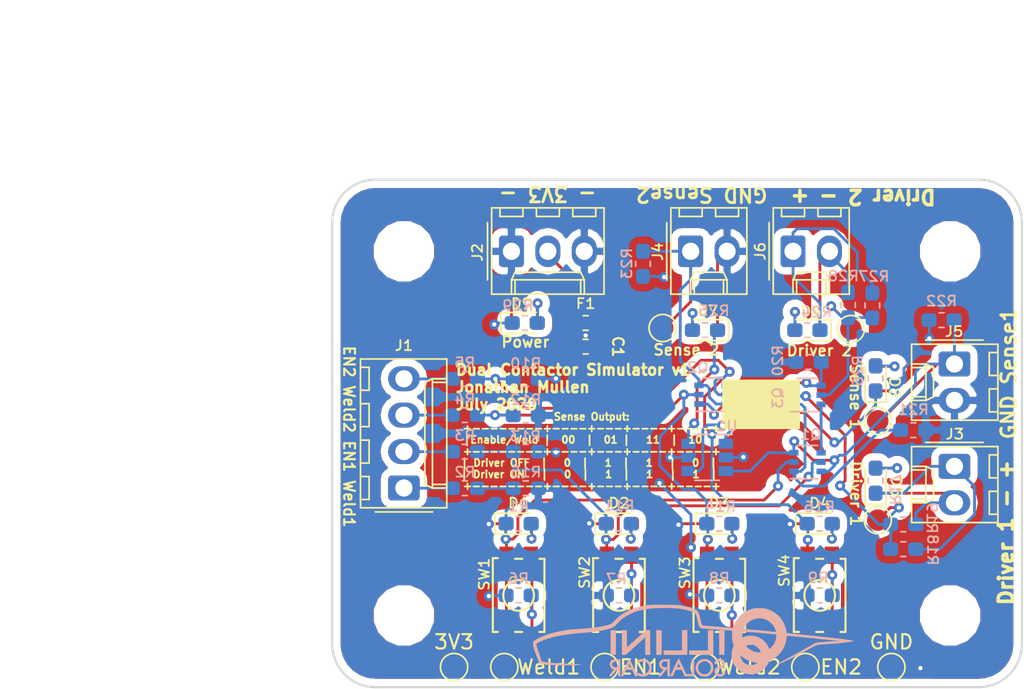
<source format=kicad_pcb>
(kicad_pcb (version 20171130) (host pcbnew "(5.0.2)-1")
  (title_block (title "Dual Gigavac Contactor Simulator v1.0") (date 2020-06-27) (rev 1.0) (company "Illini Solar Car") (comment 1 "Designed By: Jonathan Mullen"))
  (layers (0 F.Cu signal) (31 B.Cu signal) (34 B.Paste user) (35 F.Paste user) (36 B.SilkS user) (37 F.SilkS user) (38 B.Mask user) (39 F.Mask user) (44 Edge.Cuts user))
  (net 0 "")
  (net 1 /EN_2)
  (net 2 "Net-(R9-Pad1)")
  (net 3 "Net-(R6-Pad1)")
  (net 4 /WELD_1)
  (net 5 /EN_1)
  (net 6 "Net-(R7-Pad1)")
  (net 7 "Net-(R8-Pad1)")
  (net 8 /WELD_2)
  (net 9 "Net-(D3-Pad2)")
  (net 10 +3V3)
  (net 11 GND)
  (net 12 "Net-(D1-Pad2)")
  (net 13 "Net-(J1-Pad1)")
  (net 14 "Net-(J1-Pad2)")
  (net 15 "Net-(J1-Pad3)")
  (net 16 "Net-(J1-Pad4)")
  (net 17 "Net-(D4-Pad2)")
  (net 18 "Net-(D2-Pad2)")
  (net 19 "Net-(D9-Pad2)")
  (net 20 "Net-(D6-Pad1)")
  (net 21 /Driver_2)
  (net 22 "Net-(J6-Pad1)")
  (net 23 "Net-(D8-Pad2)")
  (net 24 "Net-(R26-Pad1)")
  (net 25 "Net-(R25-Pad1)")
  (net 26 "Net-(D7-Pad2)")
  (net 27 "Net-(D6-Pad2)")
  (net 28 "Net-(Q1-Pad1)")
  (net 29 "Net-(Q2-Pad1)")
  (net 30 /Driver_1)
  (net 31 "Net-(D5-Pad1)")
  (net 32 "Net-(J3-Pad1)")
  (net 33 "Net-(D5-Pad2)")
  (net 34 "Net-(Q2-Pad4)")
  (net 35 "Net-(Q1-Pad4)")
  (net 36 "Net-(F1-Pad2)")
  (net 37 /Sense1_Out)
  (net 38 /Sense2_Out)
  (module TestPoint:TestPoint_Pad_D1.5mm (layer F.Cu) (at 118.05 105.35)
    (fp_text reference TP9)
    (fp_text value Sense2)
    (pad 1 smd circle (at 0 0) (size 1.5 1.5) (layers F.Cu F.Mask) (net 38 /Sense2_Out))
  )
  (module TestPoint:TestPoint_Pad_D1.5mm (layer F.Cu) (at 133.05 111.825)
    (fp_text reference TP10)
    (fp_text value Sense1)
    (pad 1 smd circle (at 0 0) (size 1.5 1.5) (layers F.Cu F.Mask) (net 37 /Sense1_Out))
  )
  (module Capacitor_SMD:C_0603_1608Metric_Pad1.05x0.95mm_HandSolder (layer F.Cu) (at 112.675 106.65 180)
    (fp_text reference C1 (at -2.25 0 270 unlocked) (layer F.SilkS) (effects (font (size 0.75 0.75))))
    (fp_text value "1 uF")
    (pad 1 smd roundrect (at -0.875 0 180) (size 1.05 0.95) (layers F.Cu F.Paste F.Mask) (net 10 +3V3))
    (pad 2 smd roundrect (at 0.875 0 180) (size 1.05 0.95) (layers F.Cu F.Paste F.Mask) (net 11 GND))
  )
  (module TestPoint:TestPoint_Pad_D1.5mm (layer F.Cu) (at 134 129)
    (fp_text reference TP6)
    (fp_text value GND (at 0 -1.75) (layer F.SilkS))
    (pad 1 smd circle (at 0 0) (size 1.5 1.5) (layers F.Cu F.Mask) (net 11 GND))
  )
  (module TestPoint:TestPoint_Pad_D1.5mm (layer F.Cu) (at 131.175 105.425)
    (fp_text reference TP8)
    (fp_text value Driver2)
    (pad 1 smd circle (at 0 0) (size 1.5 1.5) (layers F.Cu F.Mask) (net 21 /Driver_2))
  )
  (module TestPoint:TestPoint_Pad_D1.5mm (layer F.Cu) (at 133.05 118.75)
    (fp_text reference TP7)
    (fp_text value Driver1)
    (pad 1 smd circle (at 0 0) (size 1.5 1.5) (layers F.Cu F.Mask) (net 30 /Driver_1))
  )
  (module TestPoint:TestPoint_Pad_D1.5mm (layer F.Cu) (at 103.5 129)
    (fp_text reference TP5)
    (fp_text value 3V3 (at 0 -1.75) (layer F.SilkS))
    (pad 1 smd circle (at 0 0) (size 1.5 1.5) (layers F.Cu F.Mask) (net 10 +3V3))
  )
  (module TestPoint:TestPoint_Pad_D1.5mm (layer F.Cu) (at 107 129)
    (fp_text reference TP1)
    (fp_text value Weld1 (at 3.1 0) (layer F.SilkS))
    (pad 1 smd circle (at 0 0) (size 1.5 1.5) (layers F.Cu F.Mask) (net 4 /WELD_1))
  )
  (module TestPoint:TestPoint_Pad_D1.5mm (layer F.Cu) (at 121 129)
    (fp_text reference TP3)
    (fp_text value Weld2 (at 3.1 0) (layer F.SilkS))
    (pad 1 smd circle (at 0 0) (size 1.5 1.5) (layers F.Cu F.Mask) (net 8 /WELD_2))
  )
  (module TestPoint:TestPoint_Pad_D1.5mm (layer F.Cu) (at 128 129)
    (fp_text reference TP4)
    (fp_text value EN2 (at 2.5 0) (layer F.SilkS))
    (pad 1 smd circle (at 0 0) (size 1.5 1.5) (layers F.Cu F.Mask) (net 1 /EN_2))
  )
  (module TestPoint:TestPoint_Pad_D1.5mm (layer F.Cu) (at 114 129)
    (fp_text reference TP2)
    (fp_text value EN1 (at 2.5 0) (layer F.SilkS))
    (pad 1 smd circle (at 0 0) (size 1.5 1.5) (layers F.Cu F.Mask) (net 5 /EN_1))
  )
  (module Connector_Molex:Molex_KK-254_AE-6410-02A_1x02_P2.54mm_Vertical (layer F.Cu) (at 127.14 100)
    (fp_text reference J6 (at -2.29 0 90) (layer F.SilkS) (effects (font (size 0.7 0.75) (thickness 0.125))))
    (fp_text value "Contactor Driver 2")
    (pad 2 thru_hole oval (at 2.54 0) (size 1.74 2.2) (drill 1.2) (layers *.Cu *.Mask) (net 20 "Net-(D6-Pad1)"))
    (pad 1 thru_hole roundrect (at 0 0) (size 1.74 2.2) (drill 1.2) (layers *.Cu *.Mask) (roundrect_rratio 0.143678) (net 22 "Net-(J6-Pad1)"))
  )
  (module Connector_Molex:Molex_KK-254_AE-6410-02A_1x02_P2.54mm_Vertical (layer F.Cu) (at 138.4 107.86 270)
    (fp_text reference J5 (at -2.26 0.025) (layer F.SilkS) (effects (font (size 0.7 0.75) (thickness 0.125))))
    (fp_text value "Contactor Sense 1")
    (pad 2 thru_hole oval (at 2.54 0 270) (size 1.74 2.2) (drill 1.2) (layers *.Cu *.Mask) (net 11 GND))
    (pad 1 thru_hole roundrect (at 0 0 270) (size 1.74 2.2) (drill 1.2) (layers *.Cu *.Mask) (roundrect_rratio 0.143678) (net 37 /Sense1_Out))
  )
  (module Connector_Molex:Molex_KK-254_AE-6410-02A_1x02_P2.54mm_Vertical (layer F.Cu) (at 120 100)
    (fp_text reference J4 (at -2.3 0.025 90) (layer F.SilkS) (effects (font (size 0.7 0.75) (thickness 0.125))))
    (fp_text value "Contactor Sense 2")
    (pad 2 thru_hole oval (at 2.54 0) (size 1.74 2.2) (drill 1.2) (layers *.Cu *.Mask) (net 11 GND))
    (pad 1 thru_hole roundrect (at 0 0) (size 1.74 2.2) (drill 1.2) (layers *.Cu *.Mask) (roundrect_rratio 0.143678) (net 38 /Sense2_Out))
  )
  (module Connector_Molex:Molex_KK-254_AE-6410-02A_1x02_P2.54mm_Vertical (layer F.Cu) (at 138.4 115 270)
    (fp_text reference J3 (at -2.25 -0.025) (layer F.SilkS) (effects (font (size 0.7 0.75) (thickness 0.125))))
    (fp_text value "Contactor Driver 1")
    (pad 2 thru_hole oval (at 2.54 0 270) (size 1.74 2.2) (drill 1.2) (layers *.Cu *.Mask) (net 31 "Net-(D5-Pad1)"))
    (pad 1 thru_hole roundrect (at 0 0 270) (size 1.74 2.2) (drill 1.2) (layers *.Cu *.Mask) (roundrect_rratio 0.143678) (net 32 "Net-(J3-Pad1)"))
  )
  (module Connector_Molex:Molex_KK-254_AE-6410-03A_1x03_P2.54mm_Vertical (layer F.Cu) (at 107.5 100)
    (fp_text reference J2 (at -2.375 0.075 90) (layer F.SilkS) (effects (font (size 0.7 0.75) (thickness 0.125))))
    (fp_text value Power)
    (pad 3 thru_hole oval (at 5.08 0) (size 1.74 2.2) (drill 1.2) (layers *.Cu *.Mask) (net 11 GND))
    (pad 2 thru_hole oval (at 2.54 0) (size 1.74 2.2) (drill 1.2) (layers *.Cu *.Mask) (net 36 "Net-(F1-Pad2)"))
    (pad 1 thru_hole roundrect (at 0 0) (size 1.74 2.2) (drill 1.2) (layers *.Cu *.Mask) (roundrect_rratio 0.143678) (net 11 GND))
  )
  (module Connector_Molex:Molex_KK-254_AE-6410-04A_1x04_P2.54mm_Vertical (layer F.Cu) (at 100 116.51 90)
    (fp_text reference J1 (at 9.935 0 180) (layer F.SilkS) (effects (font (size 0.7 0.75) (thickness 0.125))))
    (fp_text value Signal)
    (pad 4 thru_hole oval (at 7.62 0 90) (size 1.74 2.2) (drill 1.2) (layers *.Cu *.Mask) (net 16 "Net-(J1-Pad4)"))
    (pad 3 thru_hole oval (at 5.08 0 90) (size 1.74 2.2) (drill 1.2) (layers *.Cu *.Mask) (net 15 "Net-(J1-Pad3)"))
    (pad 2 thru_hole oval (at 2.54 0 90) (size 1.74 2.2) (drill 1.2) (layers *.Cu *.Mask) (net 14 "Net-(J1-Pad2)"))
    (pad 1 thru_hole roundrect (at 0 0 90) (size 1.74 2.2) (drill 1.2) (layers *.Cu *.Mask) (roundrect_rratio 0.143678) (net 13 "Net-(J1-Pad1)"))
  )
  (module Fuse:Fuse_0603_1608Metric_Pad1.05x0.95mm_HandSolder (layer F.Cu) (at 112.675 105 180)
    (fp_text reference F1 (at 0 1.35 unlocked) (layer F.SilkS) (effects (font (size 0.7 0.75) (thickness 0.125))))
    (fp_text value "250 mA")
    (pad 2 smd roundrect (at 0.875 0 180) (size 1.05 0.95) (layers F.Cu F.Paste F.Mask) (net 36 "Net-(F1-Pad2)"))
    (pad 1 smd roundrect (at -0.875 0 180) (size 1.05 0.95) (layers F.Cu F.Paste F.Mask) (net 10 +3V3))
  )
  (module LED_SMD:LED_0603_1608Metric_Pad1.05x0.95mm_HandSolder (layer F.Cu) (at 115 119)
    (fp_text reference D2 (at 0 -1.43) (layer F.SilkS) (effects (font (size 0.7 0.75) (thickness 0.125))))
    (fp_text value YELLOW)
    (pad 2 smd roundrect (at 0.875 0) (size 1.05 0.95) (layers F.Cu F.Paste F.Mask) (net 18 "Net-(D2-Pad2)"))
    (pad 1 smd roundrect (at -0.875 0) (size 1.05 0.95) (layers F.Cu F.Paste F.Mask) (net 11 GND))
  )
  (module LED_SMD:LED_0603_1608Metric_Pad1.05x0.95mm_HandSolder (layer F.Cu) (at 108 119)
    (fp_text reference D1 (at 0 -1.43) (layer F.SilkS) (effects (font (size 0.7 0.75) (thickness 0.125))))
    (fp_text value RED)
    (pad 2 smd roundrect (at 0.875 0) (size 1.05 0.95) (layers F.Cu F.Paste F.Mask) (net 12 "Net-(D1-Pad2)"))
    (pad 1 smd roundrect (at -0.875 0) (size 1.05 0.95) (layers F.Cu F.Paste F.Mask) (net 11 GND))
  )
  (module LED_SMD:LED_0603_1608Metric_Pad1.05x0.95mm_HandSolder (layer F.Cu) (at 122 119)
    (fp_text reference D3 (at 0 -1.43) (layer F.SilkS) (effects (font (size 0.7 0.75) (thickness 0.125))))
    (fp_text value RED)
    (pad 2 smd roundrect (at 0.875 0) (size 1.05 0.95) (layers F.Cu F.Paste F.Mask) (net 9 "Net-(D3-Pad2)"))
    (pad 1 smd roundrect (at -0.875 0) (size 1.05 0.95) (layers F.Cu F.Paste F.Mask) (net 11 GND))
  )
  (module LED_SMD:LED_0603_1608Metric_Pad1.05x0.95mm_HandSolder (layer F.Cu) (at 129 119)
    (fp_text reference D4 (at 0 -1.43) (layer F.SilkS) (effects (font (size 0.7 0.75) (thickness 0.125))))
    (fp_text value YELLOW)
    (pad 2 smd roundrect (at 0.875 0) (size 1.05 0.95) (layers F.Cu F.Paste F.Mask) (net 17 "Net-(D4-Pad2)"))
    (pad 1 smd roundrect (at -0.875 0) (size 1.05 0.95) (layers F.Cu F.Paste F.Mask) (net 11 GND))
  )
  (module LED_SMD:LED_0603_1608Metric_Pad1.05x0.95mm_HandSolder (layer F.Cu) (at 132.9 116 90)
    (fp_text reference D5 (at -0.4 1.45 270 unlocked) (layer F.SilkS) (effects (font (size 0.7 0.75) (thickness 0.125))))
    (fp_text value BLUE)
    (pad 2 smd roundrect (at 0.875 0 90) (size 1.05 0.95) (layers F.Cu F.Paste F.Mask) (net 33 "Net-(D5-Pad2)"))
    (pad 1 smd roundrect (at -0.875 0 90) (size 1.05 0.95) (layers F.Cu F.Paste F.Mask) (net 31 "Net-(D5-Pad1)"))
  )
  (module LED_SMD:LED_0603_1608Metric_Pad1.05x0.95mm_HandSolder (layer F.Cu) (at 128.14 105.5 180)
    (fp_text reference D6 (at -0.26 1.3 180) (layer F.SilkS) (effects (font (size 0.7 0.75) (thickness 0.125))))
    (fp_text value BLUE)
    (pad 2 smd roundrect (at 0.875 0 180) (size 1.05 0.95) (layers F.Cu F.Paste F.Mask) (net 27 "Net-(D6-Pad2)"))
    (pad 1 smd roundrect (at -0.875 0 180) (size 1.05 0.95) (layers F.Cu F.Paste F.Mask) (net 20 "Net-(D6-Pad1)"))
  )
  (module LED_SMD:LED_0603_1608Metric_Pad1.05x0.95mm_HandSolder (layer F.Cu) (at 121 105.5 180)
    (fp_text reference D7 (at -0.175 1.35 180) (layer F.SilkS) (effects (font (size 0.7 0.75) (thickness 0.125))))
    (fp_text value GREEN)
    (pad 2 smd roundrect (at 0.875 0 180) (size 1.05 0.95) (layers F.Cu F.Paste F.Mask) (net 26 "Net-(D7-Pad2)"))
    (pad 1 smd roundrect (at -0.875 0 180) (size 1.05 0.95) (layers F.Cu F.Paste F.Mask) (net 11 GND))
  )
  (module LED_SMD:LED_0603_1608Metric_Pad1.05x0.95mm_HandSolder (layer F.Cu) (at 108.425 105)
    (fp_text reference D9 (at -0.225 -1.35) (layer F.SilkS) (effects (font (size 0.7 0.75) (thickness 0.125))))
    (fp_text value GREEN)
    (pad 2 smd roundrect (at 0.875 0) (size 1.05 0.95) (layers F.Cu F.Paste F.Mask) (net 19 "Net-(D9-Pad2)"))
    (pad 1 smd roundrect (at -0.875 0) (size 1.05 0.95) (layers F.Cu F.Paste F.Mask) (net 11 GND))
  )
  (module LED_SMD:LED_0603_1608Metric_Pad1.05x0.95mm_HandSolder (layer F.Cu) (at 132.9 108.86 90)
    (fp_text reference D8 (at -0.615 1.325 270 unlocked) (layer F.SilkS) (effects (font (size 0.7 0.75) (thickness 0.125))))
    (fp_text value GREEN)
    (pad 2 smd roundrect (at 0.875 0 90) (size 1.05 0.95) (layers F.Cu F.Paste F.Mask) (net 23 "Net-(D8-Pad2)"))
    (pad 1 smd roundrect (at -0.875 0 90) (size 1.05 0.95) (layers F.Cu F.Paste F.Mask) (net 11 GND))
  )
  (module MountingHole:MountingHole_3.2mm_M3 (layer F.Cu) (at 138.1 100)
    (fp_text reference H1)
    (fp_text value "M3 MountingHole")
    (pad 1 np_thru_hole circle (at 0 0) (size 3.2 3.2) (drill 3.2) (layers *.Cu *.Mask))
  )
  (module MountingHole:MountingHole_3.2mm_M3 (layer F.Cu) (at 100 100)
    (fp_text reference H4)
    (fp_text value "M3 MountingHole")
    (pad 1 np_thru_hole circle (at 0 0) (size 3.2 3.2) (drill 3.2) (layers *.Cu *.Mask))
  )
  (module MountingHole:MountingHole_3.2mm_M3 (layer F.Cu) (at 100 125.4)
    (fp_text reference H3)
    (fp_text value "M3 MountingHole")
    (pad 1 np_thru_hole circle (at 0 0) (size 3.2 3.2) (drill 3.2) (layers *.Cu *.Mask))
  )
  (module MountingHole:MountingHole_3.2mm_M3 (layer F.Cu) (at 138.1 125.4)
    (fp_text reference H2)
    (fp_text value "M3 MountingHole")
    (pad 1 np_thru_hole circle (at 0 0) (size 3.2 3.2) (drill 3.2) (layers *.Cu *.Mask))
  )
  (module Package_TO_SOT_SMD:SOT-363_SC-70-6 (layer B.Cu) (at 128.15 110.025)
    (fp_text reference Q3 (at -2.075 0.2 90) (layer B.SilkS) (effects (font (size 0.7 0.75) (thickness 0.125)) (justify mirror)))
    (fp_text value Q_NMOS_DUAL_SGD)
    (pad 6 smd rect (at 0.95 0.65) (size 0.65 0.4) (layers B.Cu B.Paste B.Mask) (net 35 "Net-(Q1-Pad4)"))
    (pad 4 smd rect (at 0.95 -0.65) (size 0.65 0.4) (layers B.Cu B.Paste B.Mask) (net 29 "Net-(Q2-Pad1)"))
    (pad 2 smd rect (at -0.95 0) (size 0.65 0.4) (layers B.Cu B.Paste B.Mask) (net 30 /Driver_1))
    (pad 5 smd rect (at 0.95 0) (size 0.65 0.4) (layers B.Cu B.Paste B.Mask) (net 21 /Driver_2))
    (pad 3 smd rect (at -0.95 -0.65) (size 0.65 0.4) (layers B.Cu B.Paste B.Mask) (net 34 "Net-(Q2-Pad4)"))
    (pad 1 smd rect (at -0.95 0.65) (size 0.65 0.4) (layers B.Cu B.Paste B.Mask) (net 28 "Net-(Q1-Pad1)"))
  )
  (module Package_TO_SOT_SMD:SOT-363_SC-70-6 (layer B.Cu) (at 128.15 114.7)
    (fp_text reference Q1 (at 0.225 -1.925) (layer B.SilkS) (effects (font (size 0.7 0.75) (thickness 0.125)) (justify mirror)))
    (fp_text value Q_NMOS_DUAL_SGD)
    (pad 6 smd rect (at 0.95 0.65) (size 0.65 0.4) (layers B.Cu B.Paste B.Mask) (net 37 /Sense1_Out))
    (pad 4 smd rect (at 0.95 -0.65) (size 0.65 0.4) (layers B.Cu B.Paste B.Mask) (net 35 "Net-(Q1-Pad4)"))
    (pad 2 smd rect (at -0.95 0) (size 0.65 0.4) (layers B.Cu B.Paste B.Mask) (net 4 /WELD_1))
    (pad 5 smd rect (at 0.95 0) (size 0.65 0.4) (layers B.Cu B.Paste B.Mask) (net 5 /EN_1))
    (pad 3 smd rect (at -0.95 -0.65) (size 0.65 0.4) (layers B.Cu B.Paste B.Mask) (net 37 /Sense1_Out))
    (pad 1 smd rect (at -0.95 0.65) (size 0.65 0.4) (layers B.Cu B.Paste B.Mask) (net 28 "Net-(Q1-Pad1)"))
  )
  (module Package_TO_SOT_SMD:SOT-363_SC-70-6 (layer B.Cu) (at 121.525 110)
    (fp_text reference Q2 (at -1.025 -1.9) (layer B.SilkS) (effects (font (size 0.7 0.75) (thickness 0.125)) (justify mirror)))
    (fp_text value Q_NMOS_DUAL_SGD)
    (pad 6 smd rect (at 0.95 0.65) (size 0.65 0.4) (layers B.Cu B.Paste B.Mask) (net 38 /Sense2_Out))
    (pad 4 smd rect (at 0.95 -0.65) (size 0.65 0.4) (layers B.Cu B.Paste B.Mask) (net 34 "Net-(Q2-Pad4)"))
    (pad 2 smd rect (at -0.95 0) (size 0.65 0.4) (layers B.Cu B.Paste B.Mask) (net 8 /WELD_2))
    (pad 5 smd rect (at 0.95 0) (size 0.65 0.4) (layers B.Cu B.Paste B.Mask) (net 1 /EN_2))
    (pad 3 smd rect (at -0.95 -0.65) (size 0.65 0.4) (layers B.Cu B.Paste B.Mask) (net 38 /Sense2_Out))
    (pad 1 smd rect (at -0.95 0.65) (size 0.65 0.4) (layers B.Cu B.Paste B.Mask) (net 29 "Net-(Q2-Pad1)"))
  )
  (module Package_TO_SOT_SMD:SuperSOT-6 (layer B.Cu) (at 121.15 114.375 180)
    (fp_text reference U1 (at -1.375 2.2 180) (layer B.SilkS) (effects (font (size 0.7 0.75) (thickness 0.125)) (justify mirror)))
    (fp_text value Q_PMOS_DUAL_GSGDSD)
    (pad 5 smd rect (at 1.3 0 180) (size 1 0.7) (layers B.Cu B.Paste B.Mask) (net 10 +3V3))
    (pad 6 smd rect (at 1.3 0.95 180) (size 1 0.7) (layers B.Cu B.Paste B.Mask) (net 25 "Net-(R25-Pad1)"))
    (pad 4 smd rect (at 1.3 -0.95 180) (size 1 0.7) (layers B.Cu B.Paste B.Mask) (net 24 "Net-(R26-Pad1)"))
    (pad 3 smd rect (at -1.3 -0.95 180) (size 1 0.7) (layers B.Cu B.Paste B.Mask) (net 37 /Sense1_Out))
    (pad 2 smd rect (at -1.3 0 180) (size 1 0.7) (layers B.Cu B.Paste B.Mask) (net 10 +3V3))
    (pad 1 smd rect (at -1.3 0.95 180) (size 1 0.7) (layers B.Cu B.Paste B.Mask) (net 38 /Sense2_Out))
  )
  (module Resistor_SMD:R_0603_1608Metric_Pad1.05x0.95mm_HandSolder (layer B.Cu) (at 132.9 116 90)
    (fp_text reference R17 (at -0.625 1.35 270 unlocked) (layer B.SilkS) (effects (font (size 0.7 0.75) (thickness 0.125)) (justify mirror)))
    (fp_text value 3.3k)
    (pad 2 smd roundrect (at 0.875 0 90) (size 1.05 0.95) (layers B.Cu B.Paste B.Mask) (net 33 "Net-(D5-Pad2)"))
    (pad 1 smd roundrect (at -0.875 0 90) (size 1.05 0.95) (layers B.Cu B.Paste B.Mask) (net 32 "Net-(J3-Pad1)"))
  )
  (module Resistor_SMD:R_0603_1608Metric_Pad1.05x0.95mm_HandSolder (layer B.Cu) (at 134.825 120.775 180)
    (fp_text reference R18 (at -2.05 -0.05 270 unlocked) (layer B.SilkS) (effects (font (size 0.7 0.75) (thickness 0.125)) (justify mirror)))
    (fp_text value 300k)
    (pad 2 smd roundrect (at 0.875 0 180) (size 1.05 0.95) (layers B.Cu B.Paste B.Mask) (net 30 /Driver_1))
    (pad 1 smd roundrect (at -0.875 0 180) (size 1.05 0.95) (layers B.Cu B.Paste B.Mask) (net 32 "Net-(J3-Pad1)"))
  )
  (module Resistor_SMD:R_0603_1608Metric_Pad1.05x0.95mm_HandSolder (layer B.Cu) (at 134.825 119.05)
    (fp_text reference R19 (at 2 -0.45 270 unlocked) (layer B.SilkS) (effects (font (size 0.7 0.75) (thickness 0.125)) (justify mirror)))
    (fp_text value 100k)
    (pad 2 smd roundrect (at 0.875 0) (size 1.05 0.95) (layers B.Cu B.Paste B.Mask) (net 31 "Net-(D5-Pad1)"))
    (pad 1 smd roundrect (at -0.875 0) (size 1.05 0.95) (layers B.Cu B.Paste B.Mask) (net 30 /Driver_1))
  )
  (module Resistor_SMD:R_0603_1608Metric_Pad1.05x0.95mm_HandSolder (layer B.Cu) (at 128.225 107.725)
    (fp_text reference R20 (at -2.15 -0.1 90) (layer B.SilkS) (effects (font (size 0.7 0.75) (thickness 0.125)) (justify mirror)))
    (fp_text value 10k)
    (pad 2 smd roundrect (at 0.875 0) (size 1.05 0.95) (layers B.Cu B.Paste B.Mask) (net 29 "Net-(Q2-Pad1)"))
    (pad 1 smd roundrect (at -0.875 0) (size 1.05 0.95) (layers B.Cu B.Paste B.Mask) (net 11 GND))
  )
  (module Resistor_SMD:R_0603_1608Metric_Pad1.05x0.95mm_HandSolder (layer B.Cu) (at 135.525 112.475 180)
    (fp_text reference R21 (at 0 1.43 180) (layer B.SilkS) (effects (font (size 0.7 0.75) (thickness 0.125)) (justify mirror)))
    (fp_text value 10k)
    (pad 2 smd roundrect (at 0.875 0 180) (size 1.05 0.95) (layers B.Cu B.Paste B.Mask) (net 28 "Net-(Q1-Pad1)"))
    (pad 1 smd roundrect (at -0.875 0 180) (size 1.05 0.95) (layers B.Cu B.Paste B.Mask) (net 11 GND))
  )
  (module Resistor_SMD:R_0603_1608Metric_Pad1.05x0.95mm_HandSolder (layer B.Cu) (at 137.5 104.8)
    (fp_text reference R22 (at 0 -1.325) (layer B.SilkS) (effects (font (size 0.7 0.75) (thickness 0.125)) (justify mirror)))
    (fp_text value 100k)
    (pad 2 smd roundrect (at 0.875 0) (size 1.05 0.95) (layers B.Cu B.Paste B.Mask) (net 37 /Sense1_Out))
    (pad 1 smd roundrect (at -0.875 0) (size 1.05 0.95) (layers B.Cu B.Paste B.Mask) (net 10 +3V3))
  )
  (module Resistor_SMD:R_0603_1608Metric_Pad1.05x0.95mm_HandSolder (layer B.Cu) (at 116.675 100.875 90)
    (fp_text reference R23 (at 0.025 -1.125 90) (layer B.SilkS) (effects (font (size 0.7 0.75) (thickness 0.125)) (justify mirror)))
    (fp_text value 100k)
    (pad 2 smd roundrect (at 0.875 0 90) (size 1.05 0.95) (layers B.Cu B.Paste B.Mask) (net 38 /Sense2_Out))
    (pad 1 smd roundrect (at -0.875 0 90) (size 1.05 0.95) (layers B.Cu B.Paste B.Mask) (net 10 +3V3))
  )
  (module Resistor_SMD:R_0603_1608Metric_Pad1.05x0.95mm_HandSolder (layer B.Cu) (at 128.15 105.5 180)
    (fp_text reference R24 (at -0.625 1.25 180) (layer B.SilkS) (effects (font (size 0.7 0.75) (thickness 0.125)) (justify mirror)))
    (fp_text value 3.3k)
    (pad 2 smd roundrect (at 0.875 0 180) (size 1.05 0.95) (layers B.Cu B.Paste B.Mask) (net 27 "Net-(D6-Pad2)"))
    (pad 1 smd roundrect (at -0.875 0 180) (size 1.05 0.95) (layers B.Cu B.Paste B.Mask) (net 22 "Net-(J6-Pad1)"))
  )
  (module Resistor_SMD:R_0603_1608Metric_Pad1.05x0.95mm_HandSolder (layer B.Cu) (at 121 105.5 180)
    (fp_text reference R25 (at -0.625 1.35 180) (layer B.SilkS) (effects (font (size 0.7 0.75) (thickness 0.125)) (justify mirror)))
    (fp_text value 1k)
    (pad 2 smd roundrect (at 0.875 0 180) (size 1.05 0.95) (layers B.Cu B.Paste B.Mask) (net 26 "Net-(D7-Pad2)"))
    (pad 1 smd roundrect (at -0.875 0 180) (size 1.05 0.95) (layers B.Cu B.Paste B.Mask) (net 25 "Net-(R25-Pad1)"))
  )
  (module Resistor_SMD:R_0603_1608Metric_Pad1.05x0.95mm_HandSolder (layer B.Cu) (at 132.9 108.875 90)
    (fp_text reference R26 (at 0.55 -1.225 90) (layer B.SilkS) (effects (font (size 0.7 0.75) (thickness 0.125)) (justify mirror)))
    (fp_text value 1k)
    (pad 2 smd roundrect (at 0.875 0 90) (size 1.05 0.95) (layers B.Cu B.Paste B.Mask) (net 23 "Net-(D8-Pad2)"))
    (pad 1 smd roundrect (at -0.875 0 90) (size 1.05 0.95) (layers B.Cu B.Paste B.Mask) (net 24 "Net-(R26-Pad1)"))
  )
  (module Resistor_SMD:R_0603_1608Metric_Pad1.05x0.95mm_HandSolder (layer B.Cu) (at 132.675 103.775 270)
    (fp_text reference R27 (at -2.025 -0.1) (layer B.SilkS) (effects (font (size 0.7 0.75) (thickness 0.125)) (justify mirror)))
    (fp_text value 300k)
    (pad 2 smd roundrect (at 0.875 0 270) (size 1.05 0.95) (layers B.Cu B.Paste B.Mask) (net 21 /Driver_2))
    (pad 1 smd roundrect (at -0.875 0 270) (size 1.05 0.95) (layers B.Cu B.Paste B.Mask) (net 22 "Net-(J6-Pad1)"))
  )
  (module Resistor_SMD:R_0603_1608Metric_Pad1.05x0.95mm_HandSolder (layer B.Cu) (at 130.975 103.75 90)
    (fp_text reference R28 (at 2.025 -0.325 180) (layer B.SilkS) (effects (font (size 0.7 0.75) (thickness 0.125)) (justify mirror)))
    (fp_text value 100k)
    (pad 2 smd roundrect (at 0.875 0 90) (size 1.05 0.95) (layers B.Cu B.Paste B.Mask) (net 20 "Net-(D6-Pad1)"))
    (pad 1 smd roundrect (at -0.875 0 90) (size 1.05 0.95) (layers B.Cu B.Paste B.Mask) (net 21 /Driver_2))
  )
  (module Resistor_SMD:R_0603_1608Metric_Pad1.05x0.95mm_HandSolder (layer B.Cu) (at 108.425 105)
    (fp_text reference R29 (at -0.475 -1.225) (layer B.SilkS) (effects (font (size 0.7 0.75) (thickness 0.125)) (justify mirror)))
    (fp_text value 1k)
    (pad 2 smd roundrect (at 0.875 0) (size 1.05 0.95) (layers B.Cu B.Paste B.Mask) (net 19 "Net-(D9-Pad2)"))
    (pad 1 smd roundrect (at -0.875 0) (size 1.05 0.95) (layers B.Cu B.Paste B.Mask) (net 10 +3V3))
  )
  (module Resistor_SMD:R_0603_1608Metric_Pad1.05x0.95mm_HandSolder (layer B.Cu) (at 114.975 119)
    (fp_text reference R11 (at 0.025 -1.25) (layer B.SilkS) (effects (font (size 0.7 0.75) (thickness 0.125)) (justify mirror)))
    (fp_text value 1k)
    (pad 2 smd roundrect (at 0.875 0) (size 1.05 0.95) (layers B.Cu B.Paste B.Mask) (net 18 "Net-(D2-Pad2)"))
    (pad 1 smd roundrect (at -0.875 0) (size 1.05 0.95) (layers B.Cu B.Paste B.Mask) (net 5 /EN_1))
  )
  (module Resistor_SMD:R_0603_1608Metric_Pad1.05x0.95mm_HandSolder (layer B.Cu) (at 129 119)
    (fp_text reference R16 (at -0.025 -1.175) (layer B.SilkS) (effects (font (size 0.7 0.75) (thickness 0.125)) (justify mirror)))
    (fp_text value 1k)
    (pad 2 smd roundrect (at 0.875 0) (size 1.05 0.95) (layers B.Cu B.Paste B.Mask) (net 17 "Net-(D4-Pad2)"))
    (pad 1 smd roundrect (at -0.875 0) (size 1.05 0.95) (layers B.Cu B.Paste B.Mask) (net 1 /EN_2))
  )
  (module Resistor_SMD:R_0603_1608Metric_Pad1.05x0.95mm_HandSolder (layer B.Cu) (at 108.5 116.525)
    (fp_text reference R15 (at 0 -1.125) (layer B.SilkS) (effects (font (size 0.7 0.75) (thickness 0.125)) (justify mirror)))
    (fp_text value 100k)
    (pad 2 smd roundrect (at 0.875 0) (size 1.05 0.95) (layers B.Cu B.Paste B.Mask) (net 11 GND))
    (pad 1 smd roundrect (at -0.875 0) (size 1.05 0.95) (layers B.Cu B.Paste B.Mask) (net 4 /WELD_1))
  )
  (module Resistor_SMD:R_0603_1608Metric_Pad1.05x0.95mm_HandSolder (layer B.Cu) (at 108.5 108.9 180)
    (fp_text reference R10 (at 0 1.075 180) (layer B.SilkS) (effects (font (size 0.7 0.75) (thickness 0.125)) (justify mirror)))
    (fp_text value 100k)
    (pad 2 smd roundrect (at 0.875 0 180) (size 1.05 0.95) (layers B.Cu B.Paste B.Mask) (net 1 /EN_2))
    (pad 1 smd roundrect (at -0.875 0 180) (size 1.05 0.95) (layers B.Cu B.Paste B.Mask) (net 10 +3V3))
  )
  (module Resistor_SMD:R_0603_1608Metric_Pad1.05x0.95mm_HandSolder (layer B.Cu) (at 129 124 180)
    (fp_text reference R9 (at 0.1 1.225 180) (layer B.SilkS) (effects (font (size 0.7 0.75) (thickness 0.125)) (justify mirror)))
    (fp_text value 10k)
    (pad 2 smd roundrect (at 0.875 0 180) (size 1.05 0.95) (layers B.Cu B.Paste B.Mask) (net 11 GND))
    (pad 1 smd roundrect (at -0.875 0 180) (size 1.05 0.95) (layers B.Cu B.Paste B.Mask) (net 2 "Net-(R9-Pad1)"))
  )
  (module Resistor_SMD:R_0603_1608Metric_Pad1.05x0.95mm_HandSolder (layer B.Cu) (at 122 124 180)
    (fp_text reference R8 (at 0 1.2 180) (layer B.SilkS) (effects (font (size 0.7 0.75) (thickness 0.125)) (justify mirror)))
    (fp_text value 10k)
    (pad 2 smd roundrect (at 0.875 0 180) (size 1.05 0.95) (layers B.Cu B.Paste B.Mask) (net 10 +3V3))
    (pad 1 smd roundrect (at -0.875 0 180) (size 1.05 0.95) (layers B.Cu B.Paste B.Mask) (net 7 "Net-(R8-Pad1)"))
  )
  (module Resistor_SMD:R_0603_1608Metric_Pad1.05x0.95mm_HandSolder (layer B.Cu) (at 115 124 180)
    (fp_text reference R7 (at 0.175 1.15 180) (layer B.SilkS) (effects (font (size 0.7 0.75) (thickness 0.125)) (justify mirror)))
    (fp_text value 10k)
    (pad 2 smd roundrect (at 0.875 0 180) (size 1.05 0.95) (layers B.Cu B.Paste B.Mask) (net 11 GND))
    (pad 1 smd roundrect (at -0.875 0 180) (size 1.05 0.95) (layers B.Cu B.Paste B.Mask) (net 6 "Net-(R7-Pad1)"))
  )
  (module Resistor_SMD:R_0603_1608Metric_Pad1.05x0.95mm_HandSolder (layer B.Cu) (at 108 124 180)
    (fp_text reference R6 (at 0 1.175 180) (layer B.SilkS) (effects (font (size 0.7 0.75) (thickness 0.125)) (justify mirror)))
    (fp_text value 10k)
    (pad 2 smd roundrect (at 0.875 0 180) (size 1.05 0.95) (layers B.Cu B.Paste B.Mask) (net 10 +3V3))
    (pad 1 smd roundrect (at -0.875 0 180) (size 1.05 0.95) (layers B.Cu B.Paste B.Mask) (net 3 "Net-(R6-Pad1)"))
  )
  (module Resistor_SMD:R_0603_1608Metric_Pad1.05x0.95mm_HandSolder (layer B.Cu) (at 104.25 108.9 180)
    (fp_text reference R5 (at 0 1.125 180) (layer B.SilkS) (effects (font (size 0.7 0.75) (thickness 0.125)) (justify mirror)))
    (fp_text value 1k)
    (pad 2 smd roundrect (at 0.875 0 180) (size 1.05 0.95) (layers B.Cu B.Paste B.Mask) (net 16 "Net-(J1-Pad4)"))
    (pad 1 smd roundrect (at -0.875 0 180) (size 1.05 0.95) (layers B.Cu B.Paste B.Mask) (net 1 /EN_2))
  )
  (module Resistor_SMD:R_0603_1608Metric_Pad1.05x0.95mm_HandSolder (layer B.Cu) (at 104.25 111.425 180)
    (fp_text reference R4 (at 0 1.125 180) (layer B.SilkS) (effects (font (size 0.7 0.75) (thickness 0.125)) (justify mirror)))
    (fp_text value 1k)
    (pad 2 smd roundrect (at 0.875 0 180) (size 1.05 0.95) (layers B.Cu B.Paste B.Mask) (net 15 "Net-(J1-Pad3)"))
    (pad 1 smd roundrect (at -0.875 0 180) (size 1.05 0.95) (layers B.Cu B.Paste B.Mask) (net 8 /WELD_2))
  )
  (module Resistor_SMD:R_0603_1608Metric_Pad1.05x0.95mm_HandSolder (layer B.Cu) (at 104.25 113.975 180)
    (fp_text reference R3 (at 0 1.125 180) (layer B.SilkS) (effects (font (size 0.7 0.75) (thickness 0.125)) (justify mirror)))
    (fp_text value 1k)
    (pad 2 smd roundrect (at 0.875 0 180) (size 1.05 0.95) (layers B.Cu B.Paste B.Mask) (net 14 "Net-(J1-Pad2)"))
    (pad 1 smd roundrect (at -0.875 0 180) (size 1.05 0.95) (layers B.Cu B.Paste B.Mask) (net 5 /EN_1))
  )
  (module Resistor_SMD:R_0603_1608Metric_Pad1.05x0.95mm_HandSolder (layer B.Cu) (at 104.25 116.525 180)
    (fp_text reference R2 (at 0 1.125 180) (layer B.SilkS) (effects (font (size 0.7 0.75) (thickness 0.125)) (justify mirror)))
    (fp_text value 1k)
    (pad 2 smd roundrect (at 0.875 0 180) (size 1.05 0.95) (layers B.Cu B.Paste B.Mask) (net 13 "Net-(J1-Pad1)"))
    (pad 1 smd roundrect (at -0.875 0 180) (size 1.05 0.95) (layers B.Cu B.Paste B.Mask) (net 4 /WELD_1))
  )
  (module Resistor_SMD:R_0603_1608Metric_Pad1.05x0.95mm_HandSolder (layer B.Cu) (at 108 119)
    (fp_text reference R1 (at 0 -1.225) (layer B.SilkS) (effects (font (size 0.7 0.75) (thickness 0.125)) (justify mirror)))
    (fp_text value 1k)
    (pad 2 smd roundrect (at 0.875 0) (size 1.05 0.95) (layers B.Cu B.Paste B.Mask) (net 12 "Net-(D1-Pad2)"))
    (pad 1 smd roundrect (at -0.875 0) (size 1.05 0.95) (layers B.Cu B.Paste B.Mask) (net 4 /WELD_1))
  )
  (module Resistor_SMD:R_0603_1608Metric_Pad1.05x0.95mm_HandSolder (layer B.Cu) (at 108.5 111.45)
    (fp_text reference R12 (at 0 -1.1) (layer B.SilkS) (effects (font (size 0.7 0.75) (thickness 0.125)) (justify mirror)))
    (fp_text value 100k)
    (pad 2 smd roundrect (at 0.875 0) (size 1.05 0.95) (layers B.Cu B.Paste B.Mask) (net 11 GND))
    (pad 1 smd roundrect (at -0.875 0) (size 1.05 0.95) (layers B.Cu B.Paste B.Mask) (net 8 /WELD_2))
  )
  (module Resistor_SMD:R_0603_1608Metric_Pad1.05x0.95mm_HandSolder (layer B.Cu) (at 108.5 113.975 180)
    (fp_text reference R13 (at 0.025 1.075 180) (layer B.SilkS) (effects (font (size 0.7 0.75) (thickness 0.125)) (justify mirror)))
    (fp_text value 100k)
    (pad 2 smd roundrect (at 0.875 0 180) (size 1.05 0.95) (layers B.Cu B.Paste B.Mask) (net 5 /EN_1))
    (pad 1 smd roundrect (at -0.875 0 180) (size 1.05 0.95) (layers B.Cu B.Paste B.Mask) (net 10 +3V3))
  )
  (module Resistor_SMD:R_0603_1608Metric_Pad1.05x0.95mm_HandSolder (layer B.Cu) (at 122 119)
    (fp_text reference R14 (at 0.075 -1.2) (layer B.SilkS) (effects (font (size 0.7 0.75) (thickness 0.125)) (justify mirror)))
    (fp_text value 1k)
    (pad 2 smd roundrect (at 0.875 0) (size 1.05 0.95) (layers B.Cu B.Paste B.Mask) (net 9 "Net-(D3-Pad2)"))
    (pad 1 smd roundrect (at -0.875 0) (size 1.05 0.95) (layers B.Cu B.Paste B.Mask) (net 8 /WELD_2))
  )
  (module layout:Button_223AM (layer F.Cu) (at 122 124 90)
    (fp_text reference SW3 (at 1.575 -2.4 90) (layer F.SilkS) (effects (font (size 0.7 0.75) (thickness 0.125))))
    (fp_text value SW_Push)
    (pad 1 smd rect (at -2.8 0.85 90) (size 1.2 1) (layers F.Cu F.Paste F.Mask) (net 7 "Net-(R8-Pad1)"))
    (pad 2 smd rect (at -2.8 -0.85 90) (size 1.2 1) (layers F.Cu F.Paste F.Mask) (net 8 /WELD_2))
    (pad 1 smd rect (at 2.8 0.85 90) (size 1.2 1) (layers F.Cu F.Paste F.Mask) (net 7 "Net-(R8-Pad1)"))
    (pad 2 smd rect (at 2.8 -0.85 90) (size 1.2 1) (layers F.Cu F.Paste F.Mask) (net 8 /WELD_2))
  )
  (module layout:Button_223AM (layer F.Cu) (at 115 124 90)
    (fp_text reference SW2 (at 1.6 -2.4 90) (layer F.SilkS) (effects (font (size 0.7 0.75) (thickness 0.125))))
    (fp_text value SW_Push)
    (pad 1 smd rect (at -2.8 0.85 90) (size 1.2 1) (layers F.Cu F.Paste F.Mask) (net 6 "Net-(R7-Pad1)"))
    (pad 2 smd rect (at -2.8 -0.85 90) (size 1.2 1) (layers F.Cu F.Paste F.Mask) (net 5 /EN_1))
    (pad 1 smd rect (at 2.8 0.85 90) (size 1.2 1) (layers F.Cu F.Paste F.Mask) (net 6 "Net-(R7-Pad1)"))
    (pad 2 smd rect (at 2.8 -0.85 90) (size 1.2 1) (layers F.Cu F.Paste F.Mask) (net 5 /EN_1))
  )
  (module layout:Button_223AM (layer F.Cu) (at 108 124 90)
    (fp_text reference SW1 (at 1.475 -2.4 90) (layer F.SilkS) (effects (font (size 0.7 0.75) (thickness 0.125))))
    (fp_text value SW_Push)
    (pad 1 smd rect (at -2.8 0.85 90) (size 1.2 1) (layers F.Cu F.Paste F.Mask) (net 3 "Net-(R6-Pad1)"))
    (pad 2 smd rect (at -2.8 -0.85 90) (size 1.2 1) (layers F.Cu F.Paste F.Mask) (net 4 /WELD_1))
    (pad 1 smd rect (at 2.8 0.85 90) (size 1.2 1) (layers F.Cu F.Paste F.Mask) (net 3 "Net-(R6-Pad1)"))
    (pad 2 smd rect (at 2.8 -0.85 90) (size 1.2 1) (layers F.Cu F.Paste F.Mask) (net 4 /WELD_1))
  )
  (module layout:Button_223AM (layer F.Cu) (at 129 124 90)
    (fp_text reference SW4 (at 1.725 -2.475 90) (layer F.SilkS) (effects (font (size 0.7 0.75) (thickness 0.125))))
    (fp_text value SW_Push)
    (pad 1 smd rect (at -2.8 0.85 90) (size 1.2 1) (layers F.Cu F.Paste F.Mask) (net 2 "Net-(R9-Pad1)"))
    (pad 2 smd rect (at -2.8 -0.85 90) (size 1.2 1) (layers F.Cu F.Paste F.Mask) (net 1 /EN_2))
    (pad 1 smd rect (at 2.8 0.85 90) (size 1.2 1) (layers F.Cu F.Paste F.Mask) (net 2 "Net-(R9-Pad1)"))
    (pad 2 smd rect (at 2.8 -0.85 90) (size 1.2 1) (layers F.Cu F.Paste F.Mask) (net 1 /EN_2))
  )
  (module layout:ISC_BLogo (layer B.Cu) (at 120.175 127.15 180)
    (fp_text reference MK1 hide)
    (fp_text value "ISC Logo" hide)
  )
  (gr_poly (pts (xy 122.275 109.025) (xy 122.275 112.325) (xy 127.55 112.325) (xy 127.55 109.025)) (layer F.SilkS) (width 0.15))
  (gr_text "Dual Contactor Simulator v1\nJonathan Mullen\nJuly 2020" (at 103.525 109.475) (layer F.SilkS) (effects (font (size 0.75 0.75) (thickness 0.1875)) (justify left)))
  (gr_text "Driver 1" (at 131.525 116.9 270) (layer F.SilkS) (effects (font (size 0.75 0.75))))
  (gr_text "Sense 1" (at 131.5 110.125 270) (layer F.SilkS) (effects (font (size 0.75 0.75))))
  (gr_text "Sense 2" (at 119.7 106.875) (layer F.SilkS) (effects (font (size 0.75 0.75))))
  (gr_text "Driver 2" (at 128.975 106.925) (layer F.SilkS) (effects (font (size 0.75 0.75))))
  (gr_text Power (at 108.475 106.325) (layer F.SilkS) (effects (font (size 0.75 0.75))))
  (gr_text "EN2 Weld2 EN1 Weld1" (at 96.175 112.925 270) (layer F.SilkS) (effects (font (size 0.75 0.75))))
  (gr_text "GND Sense1" (at 142.175 108.525 90) (layer F.SilkS) (effects (font (size 1 1) (thickness 0.2))))
  (gr_text "Driver 1 - +" (at 142 119.625 90) (layer F.SilkS) (effects (font (size 1 1) (thickness 0.25))))
  (gr_text "GND Sense2" (at 120.775 96.05 180) (layer F.SilkS) (effects (font (size 1 1) (thickness 0.2))))
  (gr_text "Driver 2 - +" (at 132.025 96.2 180) (layer F.SilkS) (effects (font (size 1 1) (thickness 0.25))))
  (gr_text "- 3V3 -" (at 110.025 96 180) (layer F.SilkS) (effects (font (size 1 1) (thickness 0.2))))
  (gr_text "Sense Output:\n+--------+----+---+----+----+\n|Enable/Weld |  00  |  01 |   11  |  10  |\n+--------+----+---+----+----+\n| Driver OFF  |   0  |   1  |   1   |   0  | \n| Driver ON   |   0  |   1  |   1   |   1  | \n+--------+----+---+----+----+" (at 113.1 113.95) (layer F.SilkS) (effects (font (size 0.5 0.5) (thickness 0.125))))
  (gr_arc (start 98 98) (end 98 95) (angle -90) (layer Edge.Cuts) (width 0.15))
  (gr_arc (start 98 127.4) (end 95 127.4) (angle -90) (layer Edge.Cuts) (width 0.15))
  (gr_arc (start 140.1 127.4) (end 143.1 127.4) (angle 90) (layer Edge.Cuts) (width 0.15))
  (gr_line (start 95 98) (end 95 127.4) (layer Edge.Cuts) (width 0.15))
  (gr_line (start 140.1 130.4) (end 98 130.4) (layer Edge.Cuts) (width 0.15))
  (gr_arc (start 140.1 98) (end 140.1 95) (angle 90) (layer Edge.Cuts) (width 0.15))
  (gr_line (start 143.1 98) (end 143.1 127.4) (layer Edge.Cuts) (width 0.15))
  (gr_line (start 98 95) (end 140.1 95) (layer Edge.Cuts) (width 0.15))
  (segment (start 107 108.9) (end 106.375 108.9) (width 0.2) (layer B.Cu) (net 1))
  (segment (start 107.625 108.9) (end 107 108.9) (width 0.2) (layer B.Cu) (net 1))
  (segment (start 128.15 126) (end 128.15 121.2) (width 0.2) (layer F.Cu) (net 1))
  (segment (start 128.15 126.8) (end 128.15 126) (width 0.2) (layer F.Cu) (net 1))
  (via (at 128.175 120.125) (size 0.7) (drill 0.3) (layers F.Cu B.Cu) (net 1))
  (segment (start 128.15 121.2) (end 128.15 120.15) (width 0.2) (layer F.Cu) (net 1))
  (segment (start 128.15 120.15) (end 128.175 120.125) (width 0.2) (layer F.Cu) (net 1))
  (segment (start 128.175 119.05) (end 128.125 119) (width 0.2) (layer B.Cu) (net 1))
  (segment (start 128.175 120.125) (end 128.175 119.05) (width 0.2) (layer B.Cu) (net 1))
  (segment (start 106.375 108.9) (end 105.125 108.9) (width 0.2) (layer B.Cu) (net 1))
  (via (at 106.375 108.9) (size 0.7) (drill 0.3) (layers F.Cu B.Cu) (net 1))
  (segment (start 121.70001 109.75001) (end 121.70001 109.25001) (width 0.2) (layer B.Cu) (net 1))
  (segment (start 122.475 110) (end 121.95 110) (width 0.2) (layer B.Cu) (net 1))
  (segment (start 121.95 110) (end 121.70001 109.75001) (width 0.2) (layer B.Cu) (net 1))
  (via (at 122.725 108.4) (size 0.7) (drill 0.3) (layers F.Cu B.Cu) (net 1))
  (segment (start 122.275001 108.849999) (end 122.725 108.4) (width 0.2) (layer B.Cu) (net 1))
  (segment (start 121.909999 108.849999) (end 122.275001 108.849999) (width 0.2) (layer B.Cu) (net 1))
  (segment (start 121.70001 109.25001) (end 121.70001 109.059988) (width 0.2) (layer B.Cu) (net 1))
  (segment (start 121.70001 109.059988) (end 121.909999 108.849999) (width 0.2) (layer B.Cu) (net 1))
  (segment (start 108.425 110.95) (end 106.375 108.9) (width 0.2) (layer F.Cu) (net 1))
  (segment (start 117.375 110.95) (end 108.425 110.95) (width 0.2) (layer F.Cu) (net 1))
  (segment (start 120.725001 107.599999) (end 117.375 110.95) (width 0.2) (layer F.Cu) (net 1))
  (segment (start 122.725 108.4) (end 121.924999 107.599999) (width 0.2) (layer F.Cu) (net 1))
  (segment (start 121.924999 107.599999) (end 120.725001 107.599999) (width 0.2) (layer F.Cu) (net 1))
  (segment (start 128.15 128.85) (end 128 129) (width 0.2) (layer F.Cu) (net 1))
  (segment (start 128.15 126.8) (end 128.15 128.85) (width 0.2) (layer F.Cu) (net 1))
  (via (at 121.500656 112.757816) (size 0.7) (drill 0.3) (layers F.Cu B.Cu) (net 1))
  (segment (start 128.125 119) (end 126.8 117.675) (width 0.2) (layer B.Cu) (net 1))
  (segment (start 126.8 117.675) (end 122.7 117.675) (width 0.2) (layer B.Cu) (net 1))
  (segment (start 120.974999 110.150001) (end 120.974999 112.232159) (width 0.2) (layer F.Cu) (net 1))
  (segment (start 120.974999 112.232159) (end 121.150657 112.407817) (width 0.2) (layer F.Cu) (net 1))
  (segment (start 121.500656 113.25279) (end 121.500656 112.757816) (width 0.2) (layer B.Cu) (net 1))
  (segment (start 121.500656 116.475656) (end 121.500656 113.25279) (width 0.2) (layer B.Cu) (net 1))
  (segment (start 122.7 117.675) (end 121.500656 116.475656) (width 0.2) (layer B.Cu) (net 1))
  (segment (start 121.150657 112.407817) (end 121.500656 112.757816) (width 0.2) (layer F.Cu) (net 1))
  (segment (start 122.725 108.4) (end 120.974999 110.150001) (width 0.2) (layer F.Cu) (net 1))
  (via (at 129.875 122.575) (size 0.7) (drill 0.3) (layers F.Cu B.Cu) (net 2))
  (segment (start 129.875 124) (end 129.875 122.575) (width 0.2) (layer B.Cu) (net 2))
  (segment (start 129.875 121.225) (end 129.85 121.2) (width 0.2) (layer F.Cu) (net 2))
  (segment (start 129.875 122.575) (end 129.875 121.225) (width 0.2) (layer F.Cu) (net 2))
  (segment (start 129.875 126.775) (end 129.85 126.8) (width 0.2) (layer F.Cu) (net 2))
  (segment (start 129.875 122.575) (end 129.875 126.775) (width 0.2) (layer F.Cu) (net 2))
  (via (at 108.925 125.325) (size 0.7) (drill 0.3) (layers F.Cu B.Cu) (net 3))
  (segment (start 108.875 124) (end 108.875 125.275) (width 0.2) (layer B.Cu) (net 3))
  (segment (start 108.875 125.275) (end 108.925 125.325) (width 0.2) (layer B.Cu) (net 3))
  (segment (start 108.925 126.725) (end 108.85 126.8) (width 0.2) (layer F.Cu) (net 3))
  (segment (start 108.925 125.325) (end 108.925 126.725) (width 0.2) (layer F.Cu) (net 3))
  (segment (start 108.925 121.275) (end 108.85 121.2) (width 0.2) (layer F.Cu) (net 3))
  (segment (start 108.925 125.325) (end 108.925 121.275) (width 0.2) (layer F.Cu) (net 3))
  (segment (start 105.75 116.525) (end 107.625 116.525) (width 0.2) (layer B.Cu) (net 4))
  (segment (start 105.125 116.525) (end 105.75 116.525) (width 0.2) (layer B.Cu) (net 4))
  (segment (start 107.15 126.8) (end 107.15 121.2) (width 0.2) (layer F.Cu) (net 4))
  (via (at 107.1 120.075) (size 0.7) (drill 0.3) (layers F.Cu B.Cu) (net 4))
  (segment (start 107.15 121.2) (end 107.15 120.125) (width 0.2) (layer F.Cu) (net 4))
  (segment (start 107.15 120.125) (end 107.1 120.075) (width 0.2) (layer F.Cu) (net 4))
  (segment (start 107.1 119.025) (end 107.125 119) (width 0.2) (layer B.Cu) (net 4))
  (segment (start 107.1 120.075) (end 107.1 119.025) (width 0.2) (layer B.Cu) (net 4))
  (segment (start 107.125 119) (end 107.125 118.1) (width 0.2) (layer B.Cu) (net 4))
  (segment (start 107.625 117.6) (end 107.625 116.525) (width 0.2) (layer B.Cu) (net 4))
  (segment (start 107.125 118.1) (end 107.625 117.6) (width 0.2) (layer B.Cu) (net 4))
  (via (at 126.1 116.375) (size 0.7) (drill 0.3) (layers F.Cu B.Cu) (net 4))
  (segment (start 126.1 115.275) (end 126.1 116.375) (width 0.2) (layer B.Cu) (net 4))
  (segment (start 127.2 114.7) (end 126.675 114.7) (width 0.2) (layer B.Cu) (net 4))
  (segment (start 126.675 114.7) (end 126.1 115.275) (width 0.2) (layer B.Cu) (net 4))
  (segment (start 126.1 116.375) (end 125.12501 117.34999) (width 0.2) (layer F.Cu) (net 4))
  (segment (start 107.594974 120.075) (end 107.1 120.075) (width 0.2) (layer F.Cu) (net 4))
  (segment (start 107.95001 119.719964) (end 107.594974 120.075) (width 0.2) (layer F.Cu) (net 4))
  (segment (start 107.95001 118.539854) (end 107.95001 119.719964) (width 0.2) (layer F.Cu) (net 4))
  (segment (start 109.139874 117.34999) (end 107.95001 118.539854) (width 0.2) (layer F.Cu) (net 4))
  (segment (start 125.12501 117.34999) (end 109.139874 117.34999) (width 0.2) (layer F.Cu) (net 4))
  (segment (start 107 126.95) (end 107.15 126.8) (width 0.2) (layer F.Cu) (net 4))
  (segment (start 107 129) (end 107 126.95) (width 0.2) (layer F.Cu) (net 4))
  (segment (start 107.625 113.975) (end 105.125 113.975) (width 0.2) (layer B.Cu) (net 5))
  (segment (start 114.15 126.8) (end 114.15 121.2) (width 0.2) (layer F.Cu) (net 5))
  (via (at 114.1 120.1) (size 0.7) (drill 0.3) (layers F.Cu B.Cu) (net 5))
  (segment (start 114.15 121.2) (end 114.15 120.15) (width 0.2) (layer F.Cu) (net 5))
  (segment (start 114.15 120.15) (end 114.1 120.1) (width 0.2) (layer F.Cu) (net 5))
  (segment (start 114.1 120.1) (end 114.1 119) (width 0.2) (layer B.Cu) (net 5))
  (segment (start 114.1 118.425) (end 110.925 115.25) (width 0.2) (layer B.Cu) (net 5))
  (segment (start 114.1 119) (end 114.1 118.425) (width 0.2) (layer B.Cu) (net 5))
  (segment (start 110.925 115.25) (end 107.775 115.25) (width 0.2) (layer B.Cu) (net 5))
  (segment (start 107.625 115.1) (end 107.625 113.975) (width 0.2) (layer B.Cu) (net 5))
  (segment (start 107.775 115.25) (end 107.625 115.1) (width 0.2) (layer B.Cu) (net 5))
  (via (at 128.224759 115.719481) (size 0.7) (drill 0.3) (layers F.Cu B.Cu) (net 5))
  (segment (start 128.474999 115.469241) (end 128.224759 115.719481) (width 0.2) (layer B.Cu) (net 5))
  (segment (start 128.474999 114.800001) (end 128.474999 115.469241) (width 0.2) (layer B.Cu) (net 5))
  (segment (start 129.1 114.7) (end 128.575 114.7) (width 0.2) (layer B.Cu) (net 5))
  (segment (start 128.575 114.7) (end 128.474999 114.800001) (width 0.2) (layer B.Cu) (net 5))
  (segment (start 127.87476 116.06948) (end 127.87476 116.07524) (width 0.2) (layer F.Cu) (net 5))
  (segment (start 128.224759 115.719481) (end 127.87476 116.06948) (width 0.2) (layer F.Cu) (net 5))
  (segment (start 127.87476 116.07524) (end 126.2 117.75) (width 0.2) (layer F.Cu) (net 5))
  (segment (start 114.594974 120.1) (end 114.1 120.1) (width 0.2) (layer F.Cu) (net 5))
  (segment (start 114.95001 119.744964) (end 114.594974 120.1) (width 0.2) (layer F.Cu) (net 5))
  (segment (start 114.95001 118.539854) (end 114.95001 119.744964) (width 0.2) (layer F.Cu) (net 5))
  (segment (start 115.739864 117.75) (end 114.95001 118.539854) (width 0.2) (layer F.Cu) (net 5))
  (segment (start 126.2 117.75) (end 115.739864 117.75) (width 0.2) (layer F.Cu) (net 5))
  (segment (start 114.15 128.85) (end 114 129) (width 0.2) (layer F.Cu) (net 5))
  (segment (start 114.15 126.8) (end 114.15 128.85) (width 0.2) (layer F.Cu) (net 5))
  (via (at 115.875 122.5) (size 0.7) (drill 0.3) (layers F.Cu B.Cu) (net 6))
  (segment (start 115.875 124) (end 115.875 122.5) (width 0.2) (layer B.Cu) (net 6))
  (segment (start 115.875 121.225) (end 115.85 121.2) (width 0.2) (layer F.Cu) (net 6))
  (segment (start 115.875 122.5) (end 115.875 121.225) (width 0.2) (layer F.Cu) (net 6))
  (segment (start 115.875 126.775) (end 115.85 126.8) (width 0.2) (layer F.Cu) (net 6))
  (segment (start 115.875 122.5) (end 115.875 126.775) (width 0.2) (layer F.Cu) (net 6))
  (via (at 122.875 125.375) (size 0.7) (drill 0.3) (layers F.Cu B.Cu) (net 7))
  (segment (start 122.875 124) (end 122.875 125.375) (width 0.2) (layer B.Cu) (net 7))
  (segment (start 122.875 126.775) (end 122.85 126.8) (width 0.2) (layer F.Cu) (net 7))
  (segment (start 122.875 125.375) (end 122.875 126.775) (width 0.2) (layer F.Cu) (net 7))
  (segment (start 122.875 121.225) (end 122.85 121.2) (width 0.2) (layer F.Cu) (net 7))
  (segment (start 122.875 125.375) (end 122.875 121.225) (width 0.2) (layer F.Cu) (net 7))
  (segment (start 107.6 111.425) (end 107.625 111.45) (width 0.2) (layer B.Cu) (net 8))
  (segment (start 105.125 111.425) (end 106.35 111.425) (width 0.2) (layer B.Cu) (net 8))
  (segment (start 121.15 121.2) (end 121.15 126.8) (width 0.2) (layer F.Cu) (net 8))
  (via (at 121.2 120.1) (size 0.7) (drill 0.3) (layers F.Cu B.Cu) (net 8))
  (segment (start 121.15 121.2) (end 121.15 120.15) (width 0.2) (layer F.Cu) (net 8))
  (segment (start 121.15 120.15) (end 121.2 120.1) (width 0.2) (layer F.Cu) (net 8))
  (segment (start 121.2 119.075) (end 121.125 119) (width 0.2) (layer B.Cu) (net 8))
  (segment (start 121.2 120.1) (end 121.2 119.075) (width 0.2) (layer B.Cu) (net 8))
  (via (at 119.525 110) (size 0.7) (drill 0.3) (layers F.Cu B.Cu) (net 8))
  (segment (start 120.575 110) (end 119.525 110) (width 0.2) (layer B.Cu) (net 8))
  (segment (start 106.35 111.425) (end 107.6 111.425) (width 0.2) (layer B.Cu) (net 8))
  (via (at 106.35 111.425) (size 0.7) (drill 0.3) (layers F.Cu B.Cu) (net 8))
  (segment (start 118.1 111.425) (end 119.525 110) (width 0.2) (layer F.Cu) (net 8))
  (segment (start 106.35 111.425) (end 118.1 111.425) (width 0.2) (layer F.Cu) (net 8))
  (segment (start 119.525 111.25) (end 117.849999 112.925001) (width 0.2) (layer B.Cu) (net 8))
  (segment (start 119.525 110) (end 119.525 111.25) (width 0.2) (layer B.Cu) (net 8))
  (segment (start 121.125 117.425) (end 121.125 119) (width 0.2) (layer B.Cu) (net 8))
  (segment (start 117.849999 112.925001) (end 117.849999 114.965697) (width 0.2) (layer B.Cu) (net 8))
  (segment (start 117.849999 114.965697) (end 119.484302 116.6) (width 0.2) (layer B.Cu) (net 8))
  (segment (start 119.484302 116.6) (end 120.3 116.6) (width 0.2) (layer B.Cu) (net 8))
  (segment (start 120.3 116.6) (end 121.125 117.425) (width 0.2) (layer B.Cu) (net 8))
  (segment (start 121 126.95) (end 121.15 126.8) (width 0.2) (layer F.Cu) (net 8))
  (segment (start 121 129) (end 121 126.95) (width 0.2) (layer F.Cu) (net 8))
  (via (at 122.9 120.049998) (size 0.7) (drill 0.3) (layers F.Cu B.Cu) (net 9))
  (segment (start 122.875 119) (end 122.875 120.024998) (width 0.2) (layer B.Cu) (net 9))
  (segment (start 122.875 120.024998) (end 122.9 120.049998) (width 0.2) (layer B.Cu) (net 9))
  (segment (start 122.9 119.025) (end 122.875 119) (width 0.2) (layer F.Cu) (net 9))
  (segment (start 122.9 120.049998) (end 122.9 119.025) (width 0.2) (layer F.Cu) (net 9))
  (via (at 106.3 105.1) (size 0.7) (drill 0.3) (layers F.Cu B.Cu) (net 10))
  (segment (start 107.55 105) (end 106.4 105) (width 0.2) (layer B.Cu) (net 10))
  (segment (start 106.4 105) (end 106.3 105.1) (width 0.2) (layer B.Cu) (net 10))
  (via (at 105.925 124.05) (size 0.7) (drill 0.3) (layers F.Cu B.Cu) (net 10))
  (segment (start 107.125 124) (end 105.975 124) (width 0.2) (layer B.Cu) (net 10))
  (segment (start 105.975 124) (end 105.925 124.05) (width 0.2) (layer B.Cu) (net 10))
  (via (at 110.6 114.025) (size 0.7) (drill 0.3) (layers F.Cu B.Cu) (net 10))
  (segment (start 109.375 113.975) (end 110.55 113.975) (width 0.2) (layer B.Cu) (net 10))
  (segment (start 110.55 113.975) (end 110.6 114.025) (width 0.2) (layer B.Cu) (net 10))
  (via (at 110.6 108.875) (size 0.7) (drill 0.3) (layers F.Cu B.Cu) (net 10))
  (segment (start 109.375 108.9) (end 110.575 108.9) (width 0.2) (layer B.Cu) (net 10))
  (segment (start 110.575 108.9) (end 110.6 108.875) (width 0.2) (layer B.Cu) (net 10))
  (via (at 136.65 106.075) (size 0.7) (drill 0.3) (layers F.Cu B.Cu) (net 10))
  (segment (start 136.65 104.675) (end 136.65 106.075) (width 0.2) (layer B.Cu) (net 10))
  (via (at 118.15 101.8) (size 0.7) (drill 0.3) (layers F.Cu B.Cu) (net 10))
  (segment (start 116.675 101.75) (end 118.1 101.75) (width 0.2) (layer B.Cu) (net 10))
  (segment (start 118.1 101.75) (end 118.15 101.8) (width 0.2) (layer B.Cu) (net 10))
  (via (at 119.95 123.925) (size 0.7) (drill 0.3) (layers F.Cu B.Cu) (net 10))
  (segment (start 121.125 124) (end 120.025 124) (width 0.2) (layer B.Cu) (net 10))
  (segment (start 120.025 124) (end 119.95 123.925) (width 0.2) (layer B.Cu) (net 10))
  (via (at 117.825 116.175) (size 0.7) (drill 0.3) (layers F.Cu B.Cu) (net 10))
  (via (at 120.025 120.65) (size 0.7) (drill 0.3) (layers F.Cu B.Cu) (net 10))
  (segment (start 117.825 116.175) (end 120.025 118.375) (width 0.2) (layer B.Cu) (net 10))
  (segment (start 120.025 118.375) (end 120.025 120.65) (width 0.2) (layer B.Cu) (net 10))
  (via (at 123.675 114.35) (size 0.7) (drill 0.3) (layers F.Cu B.Cu) (net 10))
  (segment (start 122.45 114.375) (end 123.65 114.375) (width 0.2) (layer B.Cu) (net 10))
  (segment (start 123.65 114.375) (end 123.675 114.35) (width 0.2) (layer B.Cu) (net 10))
  (via (at 118.575 114.375) (size 0.7) (drill 0.3) (layers F.Cu B.Cu) (net 10))
  (segment (start 119.85 114.375) (end 118.575 114.375) (width 0.2) (layer B.Cu) (net 10))
  (segment (start 107.5 104.95) (end 107.55 105) (width 0.2) (layer F.Cu) (net 11))
  (segment (start 107.5 100) (end 107.5 104.95) (width 0.2) (layer F.Cu) (net 11))
  (via (at 105.925 119.025) (size 0.7) (drill 0.3) (layers F.Cu B.Cu) (net 11))
  (segment (start 107.125 119) (end 105.95 119) (width 0.2) (layer F.Cu) (net 11))
  (segment (start 105.95 119) (end 105.925 119.025) (width 0.2) (layer F.Cu) (net 11))
  (via (at 126.925 119.025) (size 0.7) (drill 0.3) (layers F.Cu B.Cu) (net 11))
  (segment (start 128.125 119) (end 126.95 119) (width 0.2) (layer F.Cu) (net 11))
  (segment (start 126.95 119) (end 126.925 119.025) (width 0.2) (layer F.Cu) (net 11))
  (via (at 112.925 118.975) (size 0.7) (drill 0.3) (layers F.Cu B.Cu) (net 11))
  (segment (start 114.125 119) (end 112.95 119) (width 0.2) (layer F.Cu) (net 11))
  (segment (start 112.95 119) (end 112.925 118.975) (width 0.2) (layer F.Cu) (net 11))
  (segment (start 121.875 100.665) (end 122.54 100) (width 0.2) (layer F.Cu) (net 11))
  (segment (start 121.875 105.5) (end 121.875 100.665) (width 0.2) (layer F.Cu) (net 11))
  (via (at 134.15 109.775) (size 0.7) (drill 0.3) (layers F.Cu B.Cu) (net 11))
  (segment (start 132.9 109.735) (end 134.11 109.735) (width 0.2) (layer F.Cu) (net 11))
  (segment (start 134.11 109.735) (end 134.15 109.775) (width 0.2) (layer F.Cu) (net 11))
  (segment (start 134.875001 109.049999) (end 134.875001 108.174999) (width 0.2) (layer B.Cu) (net 11))
  (segment (start 134.15 109.775) (end 134.875001 109.049999) (width 0.2) (layer B.Cu) (net 11))
  (segment (start 134.875001 108.174999) (end 135.35 107.7) (width 0.2) (layer B.Cu) (net 11))
  (via (at 119.15 119.075) (size 0.7) (drill 0.3) (layers F.Cu B.Cu) (net 11))
  (segment (start 119.225 119) (end 119.15 119.075) (width 0.2) (layer F.Cu) (net 11))
  (segment (start 121.125 119) (end 119.225 119) (width 0.2) (layer F.Cu) (net 11))
  (via (at 136.025 129.075) (size 0.7) (drill 0.3) (layers F.Cu B.Cu) (net 11))
  (segment (start 134 129) (end 135.95 129) (width 0.2) (layer F.Cu) (net 11))
  (segment (start 135.95 129) (end 136.025 129.075) (width 0.2) (layer F.Cu) (net 11))
  (segment (start 112.425 106.65) (end 112.675 106.4) (width 0.2) (layer F.Cu) (net 11))
  (segment (start 111.8 106.65) (end 112.425 106.65) (width 0.2) (layer F.Cu) (net 11))
  (via (at 112.675 105.875) (size 0.7) (drill 0.3) (layers F.Cu B.Cu) (net 11))
  (segment (start 112.675 106.4) (end 112.675 105.875) (width 0.2) (layer F.Cu) (net 11))
  (via (at 108.9 120.049998) (size 0.7) (drill 0.3) (layers F.Cu B.Cu) (net 12))
  (segment (start 108.875 119) (end 108.875 120.024998) (width 0.2) (layer B.Cu) (net 12))
  (segment (start 108.875 120.024998) (end 108.9 120.049998) (width 0.2) (layer B.Cu) (net 12))
  (segment (start 108.9 119.025) (end 108.875 119) (width 0.2) (layer F.Cu) (net 12))
  (segment (start 108.9 120.049998) (end 108.9 119.025) (width 0.2) (layer F.Cu) (net 12))
  (segment (start 100.015 116.525) (end 100 116.51) (width 0.2) (layer B.Cu) (net 13))
  (segment (start 103.375 116.525) (end 100.015 116.525) (width 0.2) (layer B.Cu) (net 13))
  (segment (start 100.005 113.975) (end 100 113.97) (width 0.2) (layer B.Cu) (net 14))
  (segment (start 103.375 113.975) (end 100.005 113.975) (width 0.2) (layer B.Cu) (net 14))
  (segment (start 100.005 111.425) (end 100 111.43) (width 0.2) (layer B.Cu) (net 15))
  (segment (start 103.375 111.425) (end 100.005 111.425) (width 0.2) (layer B.Cu) (net 15))
  (segment (start 100.01 108.9) (end 100 108.89) (width 0.2) (layer B.Cu) (net 16))
  (segment (start 103.375 108.9) (end 100.01 108.9) (width 0.2) (layer B.Cu) (net 16))
  (via (at 129.85 120.049998) (size 0.7) (drill 0.3) (layers F.Cu B.Cu) (net 17))
  (segment (start 129.875 119) (end 129.875 120.024998) (width 0.2) (layer B.Cu) (net 17))
  (segment (start 129.875 120.024998) (end 129.85 120.049998) (width 0.2) (layer B.Cu) (net 17))
  (segment (start 129.85 119.025) (end 129.875 119) (width 0.2) (layer F.Cu) (net 17))
  (segment (start 129.85 120.049998) (end 129.85 119.025) (width 0.2) (layer F.Cu) (net 17))
  (via (at 115.825 120.049998) (size 0.7) (drill 0.3) (layers F.Cu B.Cu) (net 18))
  (segment (start 115.85 119) (end 115.85 120.024998) (width 0.2) (layer B.Cu) (net 18))
  (segment (start 115.85 120.024998) (end 115.825 120.049998) (width 0.2) (layer B.Cu) (net 18))
  (segment (start 115.825 119.05) (end 115.875 119) (width 0.2) (layer F.Cu) (net 18))
  (segment (start 115.825 120.049998) (end 115.825 119.05) (width 0.2) (layer F.Cu) (net 18))
  (via (at 109.325 103.625) (size 0.7) (drill 0.3) (layers F.Cu B.Cu) (net 19))
  (segment (start 109.3 105) (end 109.3 103.65) (width 0.2) (layer F.Cu) (net 19))
  (segment (start 109.3 103.65) (end 109.325 103.625) (width 0.2) (layer F.Cu) (net 19))
  (segment (start 109.325 104.975) (end 109.3 105) (width 0.2) (layer B.Cu) (net 19))
  (segment (start 109.325 103.625) (end 109.325 104.975) (width 0.2) (layer B.Cu) (net 19))
  (segment (start 129.015 100.665) (end 129.68 100) (width 0.2) (layer F.Cu) (net 20))
  (segment (start 129.015 105.5) (end 129.015 100.665) (width 0.2) (layer F.Cu) (net 20))
  (segment (start 129.68 100.23) (end 129.68 100) (width 0.2) (layer B.Cu) (net 20))
  (segment (start 130.975 101.525) (end 129.68 100.23) (width 0.2) (layer B.Cu) (net 20))
  (segment (start 130.975 102.875) (end 130.975 101.525) (width 0.2) (layer B.Cu) (net 20))
  (segment (start 130.975 105.25) (end 130.975 104.625) (width 0.2) (layer B.Cu) (net 21))
  (segment (start 130.975 108.675) (end 130.975 105.25) (width 0.2) (layer B.Cu) (net 21))
  (segment (start 129.625 110.025) (end 130.975 108.675) (width 0.2) (layer B.Cu) (net 21))
  (segment (start 129.1 110.025) (end 129.625 110.025) (width 0.2) (layer B.Cu) (net 21))
  (segment (start 132.65 104.625) (end 132.675 104.65) (width 0.2) (layer B.Cu) (net 21))
  (segment (start 130.975 104.625) (end 132.65 104.625) (width 0.2) (layer B.Cu) (net 21))
  (via (at 129.8 103.825) (size 0.7) (drill 0.3) (layers F.Cu B.Cu) (net 21))
  (segment (start 130.975 104.625) (end 130.6 104.625) (width 0.2) (layer B.Cu) (net 21))
  (segment (start 130.6 104.625) (end 129.8 103.825) (width 0.2) (layer B.Cu) (net 21))
  (segment (start 131.175 105.2) (end 131.175 105.425) (width 0.2) (layer F.Cu) (net 21))
  (segment (start 129.8 103.825) (end 131.175 105.2) (width 0.2) (layer F.Cu) (net 21))
  (segment (start 129.025 104.925) (end 129 104.9) (width 0.2) (layer B.Cu) (net 22))
  (segment (start 129.025 105.5) (end 129.025 104.925) (width 0.2) (layer B.Cu) (net 22))
  (segment (start 129 104.9) (end 129 104.225) (width 0.2) (layer B.Cu) (net 22))
  (segment (start 127.14 100) (end 127.14 101.74) (width 0.2) (layer B.Cu) (net 22))
  (segment (start 129.025 103.625) (end 129.025 105.5) (width 0.2) (layer B.Cu) (net 22))
  (segment (start 127.14 101.74) (end 129.025 103.625) (width 0.2) (layer B.Cu) (net 22))
  (segment (start 127.14 98.71) (end 127.14 100) (width 0.2) (layer B.Cu) (net 22))
  (segment (start 132.675 102.275) (end 131.625 101.225) (width 0.2) (layer B.Cu) (net 22))
  (segment (start 132.675 102.9) (end 132.675 102.275) (width 0.2) (layer B.Cu) (net 22))
  (segment (start 131.625 101.225) (end 131.625 100.060356) (width 0.2) (layer B.Cu) (net 22))
  (segment (start 131.625 100.060356) (end 129.989644 98.425) (width 0.2) (layer B.Cu) (net 22))
  (segment (start 129.989644 98.425) (end 127.425 98.425) (width 0.2) (layer B.Cu) (net 22))
  (segment (start 127.425 98.425) (end 127.14 98.71) (width 0.2) (layer B.Cu) (net 22))
  (via (at 134.225 108.025) (size 0.7) (drill 0.3) (layers F.Cu B.Cu) (net 23))
  (segment (start 132.9 108) (end 134.2 108) (width 0.2) (layer B.Cu) (net 23))
  (segment (start 134.2 108) (end 134.225 108.025) (width 0.2) (layer B.Cu) (net 23))
  (segment (start 132.94 108.025) (end 132.9 107.985) (width 0.2) (layer F.Cu) (net 23))
  (segment (start 134.225 108.025) (end 132.94 108.025) (width 0.2) (layer F.Cu) (net 23))
  (via (at 130.025 113.325) (size 0.7) (drill 0.3) (layers F.Cu B.Cu) (net 24))
  (segment (start 132.9 110.75) (end 132.9 109.75) (width 0.2) (layer B.Cu) (net 24))
  (segment (start 130.35 113.3) (end 132.9 110.75) (width 0.2) (layer B.Cu) (net 24))
  (segment (start 130.025 113.325) (end 130.05 113.3) (width 0.2) (layer B.Cu) (net 24))
  (segment (start 130.05 113.3) (end 130.35 113.3) (width 0.2) (layer B.Cu) (net 24))
  (via (at 122.2 112.15) (size 0.7) (drill 0.3) (layers F.Cu B.Cu) (net 24))
  (segment (start 128.825 112.125) (end 130.025 113.325) (width 0.2) (layer F.Cu) (net 24))
  (segment (start 127.95 111.25) (end 128.825 112.125) (width 0.2) (layer F.Cu) (net 24))
  (segment (start 122.2 112.15) (end 123.1 111.25) (width 0.2) (layer F.Cu) (net 24))
  (segment (start 123.1 111.25) (end 127.95 111.25) (width 0.2) (layer F.Cu) (net 24))
  (segment (start 122.157815 112.107815) (end 122.2 112.15) (width 0.2) (layer B.Cu) (net 24))
  (segment (start 121.188655 112.107815) (end 122.157815 112.107815) (width 0.2) (layer B.Cu) (net 24))
  (segment (start 120.850655 112.445815) (end 121.188655 112.107815) (width 0.2) (layer B.Cu) (net 24))
  (segment (start 120.850655 115.024345) (end 120.850655 112.445815) (width 0.2) (layer B.Cu) (net 24))
  (segment (start 119.85 115.325) (end 120.55 115.325) (width 0.2) (layer B.Cu) (net 24))
  (segment (start 120.55 115.325) (end 120.850655 115.024345) (width 0.2) (layer B.Cu) (net 24))
  (via (at 121.65 108.25) (size 0.7) (drill 0.3) (layers F.Cu B.Cu) (net 25))
  (segment (start 120.45 109.45) (end 121.65 108.25) (width 0.2) (layer F.Cu) (net 25))
  (segment (start 121.65 105.725) (end 121.875 105.5) (width 0.2) (layer B.Cu) (net 25))
  (segment (start 121.65 108.25) (end 121.65 105.725) (width 0.2) (layer B.Cu) (net 25))
  (via (at 120.25 112) (size 0.7) (drill 0.3) (layers F.Cu B.Cu) (net 25))
  (segment (start 120.45 109.45) (end 120.45 111.8) (width 0.2) (layer F.Cu) (net 25))
  (segment (start 120.45 111.8) (end 120.25 112) (width 0.2) (layer F.Cu) (net 25))
  (segment (start 119.85 112.4) (end 120.25 112) (width 0.2) (layer B.Cu) (net 25))
  (segment (start 119.85 113.425) (end 119.85 112.4) (width 0.2) (layer B.Cu) (net 25))
  (segment (start 120.125 104.319254) (end 120.13569 104.308564) (width 0.2) (layer B.Cu) (net 26))
  (segment (start 120.125 105.5) (end 120.125 104.319254) (width 0.2) (layer F.Cu) (net 26))
  (segment (start 120.125 105.5) (end 120.125 104.319254) (width 0.2) (layer B.Cu) (net 26))
  (segment (start 120.125 104.319254) (end 120.13569 104.308564) (width 0.2) (layer F.Cu) (net 26))
  (via (at 120.13569 104.308564) (size 0.7) (drill 0.3) (layers F.Cu B.Cu) (net 26))
  (via (at 127.275 104.225) (size 0.7) (drill 0.3) (layers F.Cu B.Cu) (net 27))
  (segment (start 127.275 105.5) (end 127.275 104.225) (width 0.2) (layer B.Cu) (net 27))
  (segment (start 127.275 105.49) (end 127.265 105.5) (width 0.2) (layer F.Cu) (net 27))
  (segment (start 127.275 104.225) (end 127.275 105.49) (width 0.2) (layer F.Cu) (net 27))
  (segment (start 127.2 115.75) (end 127.825 116.375) (width 0.2) (layer B.Cu) (net 28))
  (segment (start 127.2 115.35) (end 127.2 115.75) (width 0.2) (layer B.Cu) (net 28))
  (segment (start 127.825 116.375) (end 129.325 116.375) (width 0.2) (layer B.Cu) (net 28))
  (segment (start 133.225 112.475) (end 134.65 112.475) (width 0.2) (layer B.Cu) (net 28))
  (segment (start 129.325 116.375) (end 133.225 112.475) (width 0.2) (layer B.Cu) (net 28))
  (segment (start 127.675 115.35) (end 127.2 115.35) (width 0.2) (layer B.Cu) (net 28))
  (segment (start 127.975 115.05) (end 127.675 115.35) (width 0.2) (layer B.Cu) (net 28))
  (segment (start 127.975 110.925) (end 127.975 115.05) (width 0.2) (layer B.Cu) (net 28))
  (segment (start 127.2 110.675) (end 127.725 110.675) (width 0.2) (layer B.Cu) (net 28))
  (segment (start 127.725 110.675) (end 127.975 110.925) (width 0.2) (layer B.Cu) (net 28))
  (segment (start 129.1 109.375) (end 129.1 107.725) (width 0.2) (layer B.Cu) (net 29))
  (via (at 128.075 109.175) (size 0.7) (drill 0.3) (layers F.Cu B.Cu) (net 29))
  (segment (start 129.1 109.375) (end 128.275 109.375) (width 0.2) (layer B.Cu) (net 29))
  (segment (start 128.275 109.375) (end 128.075 109.175) (width 0.2) (layer B.Cu) (net 29))
  (segment (start 126.799793 109.450207) (end 125.6 110.65) (width 0.2) (layer F.Cu) (net 29))
  (segment (start 128.075 109.175) (end 127.075 109.175) (width 0.2) (layer F.Cu) (net 29))
  (segment (start 127.075 109.175) (end 126.799793 109.450207) (width 0.2) (layer F.Cu) (net 29))
  (via (at 121.625 111.4) (size 0.7) (drill 0.3) (layers F.Cu B.Cu) (net 29))
  (segment (start 122.375 110.65) (end 125.6 110.65) (width 0.2) (layer F.Cu) (net 29))
  (segment (start 121.625 111.4) (end 122.375 110.65) (width 0.2) (layer F.Cu) (net 29))
  (segment (start 121.625 111.1) (end 121.625 111.4) (width 0.2) (layer B.Cu) (net 29))
  (segment (start 120.575 110.65) (end 121.175 110.65) (width 0.2) (layer B.Cu) (net 29))
  (segment (start 121.175 110.65) (end 121.625 111.1) (width 0.2) (layer B.Cu) (net 29))
  (via (at 128.028505 110.100208) (size 0.7) (drill 0.3) (layers F.Cu B.Cu) (net 30))
  (segment (start 127.275208 110.100208) (end 127.2 110.025) (width 0.2) (layer B.Cu) (net 30))
  (segment (start 128.028505 110.100208) (end 127.275208 110.100208) (width 0.2) (layer B.Cu) (net 30))
  (segment (start 133.95 120.775) (end 133.95 119.05) (width 0.2) (layer B.Cu) (net 30))
  (via (at 130.425 116.35) (size 0.7) (drill 0.3) (layers F.Cu B.Cu) (net 30))
  (segment (start 133.125 119.05) (end 130.774999 116.699999) (width 0.2) (layer B.Cu) (net 30))
  (segment (start 130.774999 116.699999) (end 130.425 116.35) (width 0.2) (layer B.Cu) (net 30))
  (segment (start 133.95 119.05) (end 133.125 119.05) (width 0.2) (layer B.Cu) (net 30))
  (segment (start 130.774999 116.000001) (end 130.425 116.35) (width 0.2) (layer F.Cu) (net 30))
  (segment (start 128.028505 110.100208) (end 130.774999 112.846702) (width 0.2) (layer F.Cu) (net 30))
  (segment (start 130.774999 112.846702) (end 130.774999 116.000001) (width 0.2) (layer F.Cu) (net 30))
  (via (at 134.525 117.875) (size 0.7) (drill 0.3) (layers F.Cu B.Cu) (net 30))
  (segment (start 133.95 119.05) (end 133.95 118.45) (width 0.2) (layer B.Cu) (net 30))
  (segment (start 133.95 118.45) (end 134.525 117.875) (width 0.2) (layer B.Cu) (net 30))
  (segment (start 133.925 117.875) (end 133.05 118.75) (width 0.2) (layer F.Cu) (net 30))
  (segment (start 134.525 117.875) (end 133.925 117.875) (width 0.2) (layer F.Cu) (net 30))
  (segment (start 137.735 116.875) (end 138.4 117.54) (width 0.2) (layer F.Cu) (net 31))
  (segment (start 132.8 116.875) (end 137.735 116.875) (width 0.2) (layer F.Cu) (net 31))
  (segment (start 135.7 119.05) (end 135.7 118.275) (width 0.2) (layer B.Cu) (net 31))
  (segment (start 136.435 117.54) (end 138.4 117.54) (width 0.2) (layer B.Cu) (net 31))
  (segment (start 135.7 118.275) (end 136.435 117.54) (width 0.2) (layer B.Cu) (net 31))
  (segment (start 138.4 115) (end 136.725 115) (width 0.2) (layer B.Cu) (net 32))
  (segment (start 134.85 116.875) (end 132.8 116.875) (width 0.2) (layer B.Cu) (net 32))
  (segment (start 136.725 115) (end 134.85 116.875) (width 0.2) (layer B.Cu) (net 32))
  (segment (start 139.80001 116.40001) (end 139.80001 118.34999) (width 0.2) (layer B.Cu) (net 32))
  (segment (start 138.4 115) (end 139.80001 116.40001) (width 0.2) (layer B.Cu) (net 32))
  (segment (start 137.375 120.775) (end 135.7 120.775) (width 0.2) (layer B.Cu) (net 32))
  (segment (start 139.80001 118.34999) (end 137.375 120.775) (width 0.2) (layer B.Cu) (net 32))
  (via (at 134.4 115.125) (size 0.7) (drill 0.3) (layers F.Cu B.Cu) (net 33))
  (segment (start 132.8 115.125) (end 134.4 115.125) (width 0.2) (layer F.Cu) (net 33))
  (segment (start 134.4 115.125) (end 132.8 115.125) (width 0.2) (layer B.Cu) (net 33))
  (segment (start 122.5 109.375) (end 122.475 109.35) (width 0.2) (layer B.Cu) (net 34))
  (segment (start 127.2 109.375) (end 122.5 109.375) (width 0.2) (layer B.Cu) (net 34))
  (segment (start 129.1 114.05) (end 129.1 110.675) (width 0.2) (layer B.Cu) (net 35))
  (segment (start 111.8 101.99) (end 111.8 105) (width 0.2) (layer F.Cu) (net 36))
  (segment (start 110.04 100) (end 110.04 100.23) (width 0.2) (layer F.Cu) (net 36))
  (segment (start 110.04 100.23) (end 111.8 101.99) (width 0.2) (layer F.Cu) (net 36))
  (segment (start 129.1 115.35) (end 129.625 115.35) (width 0.2) (layer B.Cu) (net 37))
  (segment (start 138.4 104.675) (end 138.4 107.86) (width 0.2) (layer B.Cu) (net 37))
  (via (at 130.025 114.575) (size 0.7) (drill 0.3) (layers F.Cu B.Cu) (net 37))
  (segment (start 129.625 115.35) (end 130.025 114.95) (width 0.2) (layer B.Cu) (net 37))
  (segment (start 130.025 114.95) (end 130.025 114.575) (width 0.2) (layer B.Cu) (net 37))
  (via (at 127.225 113.25) (size 0.7) (drill 0.3) (layers F.Cu B.Cu) (net 37))
  (segment (start 127.2 114.05) (end 127.2 113.275) (width 0.2) (layer B.Cu) (net 37))
  (segment (start 127.2 113.275) (end 127.225 113.25) (width 0.2) (layer B.Cu) (net 37))
  (segment (start 128.55 114.575) (end 130.025 114.575) (width 0.2) (layer F.Cu) (net 37))
  (segment (start 127.225 113.25) (end 128.55 114.575) (width 0.2) (layer F.Cu) (net 37))
  (segment (start 122.45 115.325) (end 124.15 115.325) (width 0.2) (layer B.Cu) (net 37))
  (segment (start 125.425 114.05) (end 127.2 114.05) (width 0.2) (layer B.Cu) (net 37))
  (segment (start 124.15 115.325) (end 125.425 114.05) (width 0.2) (layer B.Cu) (net 37))
  (segment (start 136.24 107.86) (end 138.4 107.86) (width 0.2) (layer B.Cu) (net 37))
  (segment (start 135.675 108.425) (end 136.24 107.86) (width 0.2) (layer B.Cu) (net 37))
  (segment (start 135.675 109.3) (end 135.675 108.425) (width 0.2) (layer B.Cu) (net 37))
  (segment (start 130.749999 114.225001) (end 135.675 109.3) (width 0.2) (layer B.Cu) (net 37))
  (segment (start 130.025 114.575) (end 130.374999 114.225001) (width 0.2) (layer B.Cu) (net 37))
  (segment (start 130.374999 114.225001) (end 130.749999 114.225001) (width 0.2) (layer B.Cu) (net 37))
  (segment (start 133.025 111.8) (end 132.9 111.8) (width 0.2) (layer F.Cu) (net 37))
  (segment (start 133.05 111.825) (end 133.025 111.8) (width 0.2) (layer F.Cu) (net 37))
  (segment (start 133.235 111.825) (end 133.05 111.825) (width 0.2) (layer F.Cu) (net 37))
  (segment (start 138.4 107.86) (end 137.2 107.86) (width 0.2) (layer F.Cu) (net 37))
  (segment (start 137.2 107.86) (end 133.235 111.825) (width 0.2) (layer F.Cu) (net 37))
  (segment (start 122.45 110.675) (end 122.475 110.65) (width 0.2) (layer B.Cu) (net 38))
  (segment (start 119.03 100) (end 116.675 100) (width 0.2) (layer B.Cu) (net 38))
  (segment (start 120 100) (end 119.03 100) (width 0.2) (layer B.Cu) (net 38))
  (segment (start 120.575 108.95) (end 119.275 107.65) (width 0.2) (layer B.Cu) (net 38))
  (segment (start 120.575 109.35) (end 120.575 108.95) (width 0.2) (layer B.Cu) (net 38))
  (segment (start 119.275 107.65) (end 119.275 102.7) (width 0.2) (layer B.Cu) (net 38))
  (segment (start 120 101.975) (end 120 100) (width 0.2) (layer B.Cu) (net 38))
  (segment (start 119.275 102.7) (end 120 101.975) (width 0.2) (layer B.Cu) (net 38))
  (segment (start 121.775 110.65) (end 122.475 110.65) (width 0.2) (layer B.Cu) (net 38))
  (segment (start 121.3 110.175) (end 121.775 110.65) (width 0.2) (layer B.Cu) (net 38))
  (segment (start 121.3 109.55) (end 121.3 110.175) (width 0.2) (layer B.Cu) (net 38))
  (segment (start 120.575 109.35) (end 121.1 109.35) (width 0.2) (layer B.Cu) (net 38))
  (segment (start 121.1 109.35) (end 121.3 109.55) (width 0.2) (layer B.Cu) (net 38))
  (segment (start 120 103.525) (end 118.05 105.475) (width 0.2) (layer F.Cu) (net 38))
  (segment (start 120 100) (end 120 103.525) (width 0.2) (layer F.Cu) (net 38))
  (segment (start 122.850001 112.462001) (end 122.850001 111.800001) (width 0.2) (layer B.Cu) (net 38))
  (segment (start 122.45 113.425) (end 122.45 112.862002) (width 0.2) (layer B.Cu) (net 38))
  (segment (start 122.45 112.862002) (end 122.850001 112.462001) (width 0.2) (layer B.Cu) (net 38))
  (segment (start 122.475 111.425) (end 122.475 110.65) (width 0.2) (layer B.Cu) (net 38))
  (segment (start 122.850001 111.800001) (end 122.475 111.425) (width 0.2) (layer B.Cu) (net 38))
  (zone (net 10) (net_name +3V3) (layer F.Cu) (connect_pads (clearance 0.508)) (min_thickness 0.254) (fill yes (arc_segments 16) (thermal_gap 0.508) (thermal_bridge_width 0.508))
    (polygon (pts (xy 94.95 95) (xy 143.05 94.925) (xy 143.15 130.35) (xy 95.025 130.35)))
  )
  (zone (net 11) (net_name GND) (layer B.Cu) (connect_pads (clearance 0.508)) (min_thickness 0.254) (fill yes (arc_segments 16) (thermal_gap 0.508) (thermal_bridge_width 0.508))
    (polygon (pts (xy 94.95 95.075) (xy 143 94.925) (xy 143.15 130.375) (xy 94.975 130.45)))
  )
)
</source>
